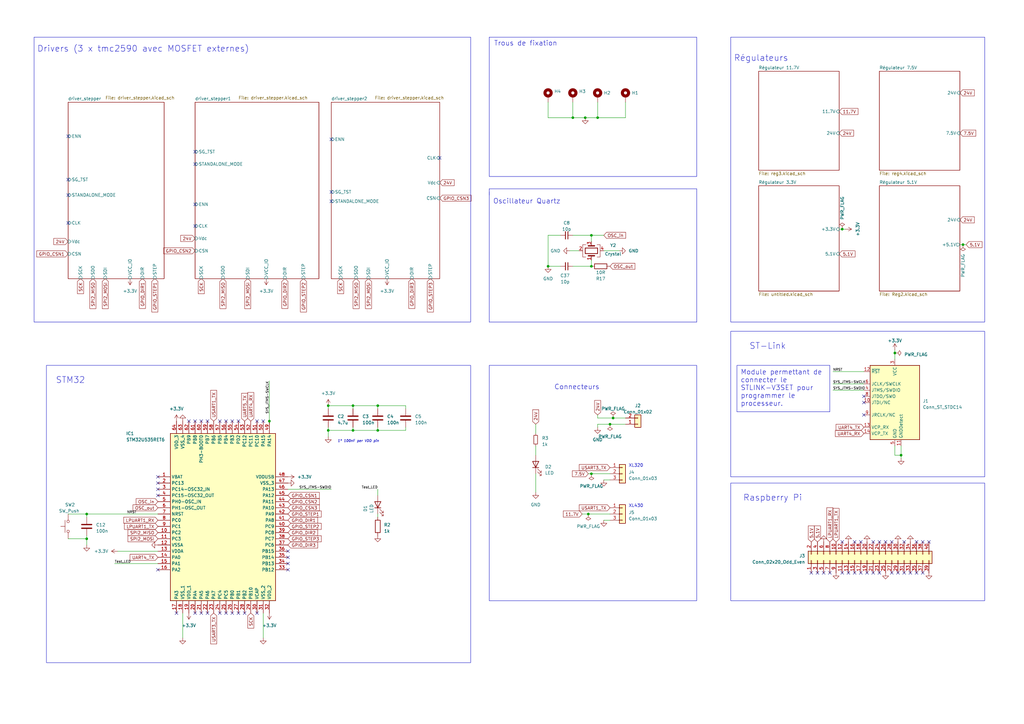
<source format=kicad_sch>
(kicad_sch (version 20230121) (generator eeschema)
  (paper "A3")
  (title_block (title "Projet EVE") (company "ENSEA"))
  (lib_symbols
    (symbol "Connector:Conn_ST_STDC14"
      (property "Reference" "J" (at -8.89 16.51 0))
      (property "Value" "Conn_ST_STDC14" (at 17.78 16.51 0))
      (symbol "Conn_ST_STDC14_0_1"
        (rectangle (start -10.16 15.24) (end 10.16 -15.24) (stroke (width 0.254)) (fill (type background)))
      )
      (symbol "Conn_ST_STDC14_1_1"
        (pin no_connect line (at -10.16 5.08 0) (length 2.54) hide (name "NC") (number "1"))
        (pin output line (at 12.7 0 180) (length 2.54) (name "JTDI/NC") (number "10"))
        (pin passive line (at -2.54 -17.78 90) (length 2.54) (name "GNDDetect") (number "11"))
        (pin open_collector line (at 12.7 12.7 180) (length 2.54) (name "~{RST}") (number "12"))
        (pin output line (at 12.7 -10.16 180) (length 2.54) (name "VCP_RX") (number "13"))
        (pin input line (at 12.7 -12.7 180) (length 2.54) (name "VCP_TX") (number "14"))
        (pin no_connect line (at -10.16 2.54 0) (length 2.54) hide (name "NC") (number "2"))
        (pin power_in line (at 0 17.78 270) (length 2.54) (name "VCC") (number "3"))
        (pin bidirectional line (at 12.7 5.08 180) (length 2.54) (name "JTMS/SWDIO") (number "4"))
        (pin power_in line (at 0 -17.78 90) (length 2.54) (name "GND") (number "5"))
        (pin output line (at 12.7 7.62 180) (length 2.54) (name "JCLK/SWCLK") (number "6"))
        (pin passive line (at 0 -17.78 90) (length 2.54) hide (name "GND") (number "7"))
        (pin input line (at 12.7 2.54 180) (length 2.54) (name "JTDO/SWO") (number "8"))
        (pin input line (at 12.7 -5.08 180) (length 2.54) (name "JRCLK/NC") (number "9"))
      )
    )
    (symbol "Connector_Generic:Conn_01x02" (pin_names (offset 1.016) hide)
      (property "Reference" "J" (at 0 2.54 0))
      (property "Value" "Conn_01x02" (at 0 -5.08 0))
      (symbol "Conn_01x02_1_1"
        (rectangle (start -1.27 -2.413) (end 0 -2.667) (stroke (width 0.1524)))
        (rectangle (start -1.27 0.127) (end 0 -0.127) (stroke (width 0.1524)))
        (rectangle (start -1.27 1.27) (end 1.27 -3.81) (stroke (width 0.254)) (fill (type background)))
        (pin passive line (at -5.08 0 0) (length 3.81) (name "Pin_1") (number "1"))
        (pin passive line (at -5.08 -2.54 0) (length 3.81) (name "Pin_2") (number "2"))
      )
    )
    (symbol "Connector_Generic:Conn_01x03" (pin_names (offset 1.016) hide)
      (property "Reference" "J" (at 0 5.08 0))
      (property "Value" "Conn_01x03" (at 0 -5.08 0))
      (symbol "Conn_01x03_1_1"
        (rectangle (start -1.27 -2.413) (end 0 -2.667) (stroke (width 0.1524)))
        (rectangle (start -1.27 0.127) (end 0 -0.127) (stroke (width 0.1524)))
        (rectangle (start -1.27 2.667) (end 0 2.413) (stroke (width 0.1524)))
        (rectangle (start -1.27 3.81) (end 1.27 -3.81) (stroke (width 0.254)) (fill (type background)))
        (pin passive line (at -5.08 2.54 0) (length 3.81) (name "Pin_1") (number "1"))
        (pin passive line (at -5.08 0 0) (length 3.81) (name "Pin_2") (number "2"))
        (pin passive line (at -5.08 -2.54 0) (length 3.81) (name "Pin_3") (number "3"))
      )
    )
    (symbol "Connector_Generic:Conn_02x20_Odd_Even" (pin_names (offset 1.016) hide)
      (property "Reference" "J" (at 1.27 25.4 0))
      (property "Value" "Conn_02x20_Odd_Even" (at 1.27 -27.94 0))
      (symbol "Conn_02x20_Odd_Even_1_1"
        (rectangle (start -1.27 -25.273) (end 0 -25.527) (stroke (width 0.1524)))
        (rectangle (start -1.27 -22.733) (end 0 -22.987) (stroke (width 0.1524)))
        (rectangle (start -1.27 -20.193) (end 0 -20.447) (stroke (width 0.1524)))
        (rectangle (start -1.27 -17.653) (end 0 -17.907) (stroke (width 0.1524)))
        (rectangle (start -1.27 -15.113) (end 0 -15.367) (stroke (width 0.1524)))
        (rectangle (start -1.27 -12.573) (end 0 -12.827) (stroke (width 0.1524)))
        (rectangle (start -1.27 -10.033) (end 0 -10.287) (stroke (width 0.1524)))
        (rectangle (start -1.27 -7.493) (end 0 -7.747) (stroke (width 0.1524)))
        (rectangle (start -1.27 -4.953) (end 0 -5.207) (stroke (width 0.1524)))
        (rectangle (start -1.27 -2.413) (end 0 -2.667) (stroke (width 0.1524)))
        (rectangle (start -1.27 0.127) (end 0 -0.127) (stroke (width 0.1524)))
        (rectangle (start -1.27 2.667) (end 0 2.413) (stroke (width 0.1524)))
        (rectangle (start -1.27 5.207) (end 0 4.953) (stroke (width 0.1524)))
        (rectangle (start -1.27 7.747) (end 0 7.493) (stroke (width 0.1524)))
        (rectangle (start -1.27 10.287) (end 0 10.033) (stroke (width 0.1524)))
        (rectangle (start -1.27 12.827) (end 0 12.573) (stroke (width 0.1524)))
        (rectangle (start -1.27 15.367) (end 0 15.113) (stroke (width 0.1524)))
        (rectangle (start -1.27 17.907) (end 0 17.653) (stroke (width 0.1524)))
        (rectangle (start -1.27 20.447) (end 0 20.193) (stroke (width 0.1524)))
        (rectangle (start -1.27 22.987) (end 0 22.733) (stroke (width 0.1524)))
        (rectangle (start -1.27 24.13) (end 3.81 -26.67) (stroke (width 0.254)) (fill (type background)))
        (rectangle (start 3.81 -25.273) (end 2.54 -25.527) (stroke (width 0.1524)))
        (rectangle (start 3.81 -22.733) (end 2.54 -22.987) (stroke (width 0.1524)))
        (rectangle (start 3.81 -20.193) (end 2.54 -20.447) (stroke (width 0.1524)))
        (rectangle (start 3.81 -17.653) (end 2.54 -17.907) (stroke (width 0.1524)))
        (rectangle (start 3.81 -15.113) (end 2.54 -15.367) (stroke (width 0.1524)))
        (rectangle (start 3.81 -12.573) (end 2.54 -12.827) (stroke (width 0.1524)))
        (rectangle (start 3.81 -10.033) (end 2.54 -10.287) (stroke (width 0.1524)))
        (rectangle (start 3.81 -7.493) (end 2.54 -7.747) (stroke (width 0.1524)))
        (rectangle (start 3.81 -4.953) (end 2.54 -5.207) (stroke (width 0.1524)))
        (rectangle (start 3.81 -2.413) (end 2.54 -2.667) (stroke (width 0.1524)))
        (rectangle (start 3.81 0.127) (end 2.54 -0.127) (stroke (width 0.1524)))
        (rectangle (start 3.81 2.667) (end 2.54 2.413) (stroke (width 0.1524)))
        (rectangle (start 3.81 5.207) (end 2.54 4.953) (stroke (width 0.1524)))
        (rectangle (start 3.81 7.747) (end 2.54 7.493) (stroke (width 0.1524)))
        (rectangle (start 3.81 10.287) (end 2.54 10.033) (stroke (width 0.1524)))
        (rectangle (start 3.81 12.827) (end 2.54 12.573) (stroke (width 0.1524)))
        (rectangle (start 3.81 15.367) (end 2.54 15.113) (stroke (width 0.1524)))
        (rectangle (start 3.81 17.907) (end 2.54 17.653) (stroke (width 0.1524)))
        (rectangle (start 3.81 20.447) (end 2.54 20.193) (stroke (width 0.1524)))
        (rectangle (start 3.81 22.987) (end 2.54 22.733) (stroke (width 0.1524)))
        (pin passive line (at -5.08 22.86 0) (length 3.81) (name "Pin_1") (number "1"))
        (pin passive line (at 7.62 12.7 180) (length 3.81) (name "Pin_10") (number "10"))
        (pin passive line (at -5.08 10.16 0) (length 3.81) (name "Pin_11") (number "11"))
        (pin passive line (at 7.62 10.16 180) (length 3.81) (name "Pin_12") (number "12"))
        (pin passive line (at -5.08 7.62 0) (length 3.81) (name "Pin_13") (number "13"))
        (pin passive line (at 7.62 7.62 180) (length 3.81) (name "Pin_14") (number "14"))
        (pin passive line (at -5.08 5.08 0) (length 3.81) (name "Pin_15") (number "15"))
        (pin passive line (at 7.62 5.08 180) (length 3.81) (name "Pin_16") (number "16"))
        (pin passive line (at -5.08 2.54 0) (length 3.81) (name "Pin_17") (number "17"))
        (pin passive line (at 7.62 2.54 180) (length 3.81) (name "Pin_18") (number "18"))
        (pin passive line (at -5.08 0 0) (length 3.81) (name "Pin_19") (number "19"))
        (pin passive line (at 7.62 22.86 180) (length 3.81) (name "Pin_2") (number "2"))
        (pin passive line (at 7.62 0 180) (length 3.81) (name "Pin_20") (number "20"))
        (pin passive line (at -5.08 -2.54 0) (length 3.81) (name "Pin_21") (number "21"))
        (pin passive line (at 7.62 -2.54 180) (length 3.81) (name "Pin_22") (number "22"))
        (pin passive line (at -5.08 -5.08 0) (length 3.81) (name "Pin_23") (number "23"))
        (pin passive line (at 7.62 -5.08 180) (length 3.81) (name "Pin_24") (number "24"))
        (pin passive line (at -5.08 -7.62 0) (length 3.81) (name "Pin_25") (number "25"))
        (pin passive line (at 7.62 -7.62 180) (length 3.81) (name "Pin_26") (number "26"))
        (pin passive line (at -5.08 -10.16 0) (length 3.81) (name "Pin_27") (number "27"))
        (pin passive line (at 7.62 -10.16 180) (length 3.81) (name "Pin_28") (number "28"))
        (pin passive line (at -5.08 -12.7 0) (length 3.81) (name "Pin_29") (number "29"))
        (pin passive line (at -5.08 20.32 0) (length 3.81) (name "Pin_3") (number "3"))
        (pin passive line (at 7.62 -12.7 180) (length 3.81) (name "Pin_30") (number "30"))
        (pin passive line (at -5.08 -15.24 0) (length 3.81) (name "Pin_31") (number "31"))
        (pin passive line (at 7.62 -15.24 180) (length 3.81) (name "Pin_32") (number "32"))
        (pin passive line (at -5.08 -17.78 0) (length 3.81) (name "Pin_33") (number "33"))
        (pin passive line (at 7.62 -17.78 180) (length 3.81) (name "Pin_34") (number "34"))
        (pin passive line (at -5.08 -20.32 0) (length 3.81) (name "Pin_35") (number "35"))
        (pin passive line (at 7.62 -20.32 180) (length 3.81) (name "Pin_36") (number "36"))
        (pin passive line (at -5.08 -22.86 0) (length 3.81) (name "Pin_37") (number "37"))
        (pin passive line (at 7.62 -22.86 180) (length 3.81) (name "Pin_38") (number "38"))
        (pin passive line (at -5.08 -25.4 0) (length 3.81) (name "Pin_39") (number "39"))
        (pin passive line (at 7.62 20.32 180) (length 3.81) (name "Pin_4") (number "4"))
        (pin passive line (at 7.62 -25.4 180) (length 3.81) (name "Pin_40") (number "40"))
        (pin passive line (at -5.08 17.78 0) (length 3.81) (name "Pin_5") (number "5"))
        (pin passive line (at 7.62 17.78 180) (length 3.81) (name "Pin_6") (number "6"))
        (pin passive line (at -5.08 15.24 0) (length 3.81) (name "Pin_7") (number "7"))
        (pin passive line (at 7.62 15.24 180) (length 3.81) (name "Pin_8") (number "8"))
        (pin passive line (at -5.08 12.7 0) (length 3.81) (name "Pin_9") (number "9"))
      )
    )
    (symbol "Device:C" (pin_numbers hide) (pin_names (offset 0.254))
      (property "Reference" "C" (at 0.635 2.54 0))
      (property "Value" "C" (at 0.635 -2.54 0))
      (symbol "C_0_1"
        (polyline (pts (xy -2.032 -0.762) (xy 2.032 -0.762)) (stroke (width 0.508)))
        (polyline (pts (xy -2.032 0.762) (xy 2.032 0.762)) (stroke (width 0.508)))
      )
      (symbol "C_1_1"
        (pin passive line (at 0 3.81 270) (length 2.794) (name "~") (number "1"))
        (pin passive line (at 0 -3.81 90) (length 2.794) (name "~") (number "2"))
      )
    )
    (symbol "Device:C_Small" (pin_numbers hide) (pin_names (offset 0.254) hide)
      (property "Reference" "C" (at 0.254 1.778 0))
      (property "Value" "C_Small" (at 0.254 -2.032 0))
      (symbol "C_Small_0_1"
        (polyline (pts (xy -1.524 -0.508) (xy 1.524 -0.508)) (stroke (width 0.3302)))
        (polyline (pts (xy -1.524 0.508) (xy 1.524 0.508)) (stroke (width 0.3048)))
      )
      (symbol "C_Small_1_1"
        (pin passive line (at 0 2.54 270) (length 2.032) (name "~") (number "1"))
        (pin passive line (at 0 -2.54 90) (length 2.032) (name "~") (number "2"))
      )
    )
    (symbol "Device:Crystal_GND24" (pin_names (offset 1.016) hide)
      (property "Reference" "Y" (at 3.175 5.08 0))
      (property "Value" "Crystal_GND24" (at 3.175 3.175 0))
      (symbol "Crystal_GND24_0_1"
        (rectangle (start -1.143 2.54) (end 1.143 -2.54) (stroke (width 0.3048)))
        (polyline (pts (xy -2.54 0) (xy -2.032 0)))
        (polyline (pts (xy -2.032 -1.27) (xy -2.032 1.27)) (stroke (width 0.508)))
        (polyline (pts (xy 0 -3.81) (xy 0 -3.556)))
        (polyline (pts (xy 0 3.556) (xy 0 3.81)))
        (polyline (pts (xy 2.032 -1.27) (xy 2.032 1.27)) (stroke (width 0.508)))
        (polyline (pts (xy 2.032 0) (xy 2.54 0)))
        (polyline (pts (xy -2.54 -2.286) (xy -2.54 -3.556) (xy 2.54 -3.556) (xy 2.54 -2.286)))
        (polyline (pts (xy -2.54 2.286) (xy -2.54 3.556) (xy 2.54 3.556) (xy 2.54 2.286)))
      )
      (symbol "Crystal_GND24_1_1"
        (pin passive line (at -3.81 0 0) (length 1.27) (name "1") (number "1"))
        (pin passive line (at 0 5.08 270) (length 1.27) (name "2") (number "2"))
        (pin passive line (at 3.81 0 180) (length 1.27) (name "3") (number "3"))
        (pin passive line (at 0 -5.08 90) (length 1.27) (name "4") (number "4"))
      )
    )
    (symbol "Device:LED" (pin_numbers hide) (pin_names (offset 1.016) hide)
      (property "Reference" "D" (at 0 2.54 0))
      (property "Value" "LED" (at 0 -2.54 0))
      (symbol "LED_0_1"
        (polyline (pts (xy -1.27 -1.27) (xy -1.27 1.27)) (stroke (width 0.254)))
        (polyline (pts (xy -1.27 0) (xy 1.27 0)))
        (polyline (pts (xy 1.27 -1.27) (xy 1.27 1.27) (xy -1.27 0) (xy 1.27 -1.27)) (stroke (width 0.254)))
        (polyline (pts (xy -3.048 -0.762) (xy -4.572 -2.286) (xy -3.81 -2.286) (xy -4.572 -2.286) (xy -4.572 -1.524)))
        (polyline (pts (xy -1.778 -0.762) (xy -3.302 -2.286) (xy -2.54 -2.286) (xy -3.302 -2.286) (xy -3.302 -1.524)))
      )
      (symbol "LED_1_1"
        (pin passive line (at -3.81 0 0) (length 2.54) (name "K") (number "1"))
        (pin passive line (at 3.81 0 180) (length 2.54) (name "A") (number "2"))
      )
    )
    (symbol "Device:R" (pin_numbers hide) (pin_names (offset 0))
      (property "Reference" "R" (at 2.032 0 90))
      (property "Value" "R" (at 0 0 90))
      (symbol "R_0_1"
        (rectangle (start -1.016 -2.54) (end 1.016 2.54) (stroke (width 0.254)))
      )
      (symbol "R_1_1"
        (pin passive line (at 0 3.81 270) (length 1.27) (name "~") (number "1"))
        (pin passive line (at 0 -3.81 90) (length 1.27) (name "~") (number "2"))
      )
    )
    (symbol "Device:R_Small" (pin_numbers hide) (pin_names (offset 0.254) hide)
      (property "Reference" "R" (at 0.762 0.508 0))
      (property "Value" "R_Small" (at 0.762 -1.016 0))
      (symbol "R_Small_0_1"
        (rectangle (start -0.762 1.778) (end 0.762 -1.778) (stroke (width 0.2032)))
      )
      (symbol "R_Small_1_1"
        (pin passive line (at 0 2.54 270) (length 0.762) (name "~") (number "1"))
        (pin passive line (at 0 -2.54 90) (length 0.762) (name "~") (number "2"))
      )
    )
    (symbol "Mechanical:MountingHole_Pad" (pin_numbers hide) (pin_names (offset 1.016) hide)
      (property "Reference" "H" (at 0 6.35 0))
      (property "Value" "MountingHole_Pad" (at 0 4.445 0))
      (symbol "MountingHole_Pad_0_1"
        (circle (center 0 1.27) (radius 1.27) (stroke (width 1.27)))
      )
      (symbol "MountingHole_Pad_1_1"
        (pin input line (at 0 -2.54 90) (length 2.54) (name "1") (number "1"))
      )
    )
    (symbol "STM32U535RET6:STM32U535RET6"
      (property "Reference" "IC1" (at -11.43 17.78 0))
      (property "Value" "STM32U535RET6" (at -5.08 15.24 0))
      (symbol "STM32U535RET6_1_1"
        (rectangle (start 5.08 17.78) (end 48.26 -50.8) (stroke (width 0.254)) (fill (type background)))
        (pin passive line (at 0 0 0) (length 5.08) (name "VBAT") (number "1"))
        (pin input line (at 0 -22.86 0) (length 5.08) (name "PC2") (number "10"))
        (pin output line (at 0 -25.4 0) (length 5.08) (name "PC3") (number "11"))
        (pin passive line (at 0 -27.94 0) (length 5.08) (name "VSSA") (number "12"))
        (pin passive line (at 0 -30.48 0) (length 5.08) (name "VDDA") (number "13"))
        (pin passive line (at 0 -33.02 0) (length 5.08) (name "PA0") (number "14"))
        (pin passive line (at 0 -35.56 0) (length 5.08) (name "PA1") (number "15"))
        (pin passive line (at 0 -38.1 0) (length 5.08) (name "PA2") (number "16"))
        (pin passive line (at 7.62 -55.88 90) (length 5.08) (name "PA3") (number "17"))
        (pin passive line (at 10.16 -55.88 90) (length 5.08) (name "VSS_1") (number "18"))
        (pin passive line (at 12.7 -55.88 90) (length 5.08) (name "VDD_1") (number "19"))
        (pin passive line (at 0 -2.54 0) (length 5.08) (name "PC13") (number "2"))
        (pin passive line (at 15.24 -55.88 90) (length 5.08) (name "PA4") (number "20"))
        (pin passive line (at 17.78 -55.88 90) (length 5.08) (name "PA5") (number "21"))
        (pin passive line (at 20.32 -55.88 90) (length 5.08) (name "PA6") (number "22"))
        (pin passive line (at 22.86 -55.88 90) (length 5.08) (name "PA7") (number "23"))
        (pin passive line (at 25.4 -55.88 90) (length 5.08) (name "PC4") (number "24"))
        (pin passive line (at 27.94 -55.88 90) (length 5.08) (name "PC5") (number "25"))
        (pin passive line (at 30.48 -55.88 90) (length 5.08) (name "PB0") (number "26"))
        (pin passive line (at 33.02 -55.88 90) (length 5.08) (name "PB1") (number "27"))
        (pin passive line (at 35.56 -55.88 90) (length 5.08) (name "PB2") (number "28"))
        (pin passive line (at 38.1 -55.88 90) (length 5.08) (name "PB10") (number "29"))
        (pin passive line (at 0 -5.08 0) (length 5.08) (name "PC14-OSC32_IN") (number "3"))
        (pin passive line (at 40.64 -55.88 90) (length 5.08) (name "VCAP") (number "30"))
        (pin passive line (at 43.18 -55.88 90) (length 5.08) (name "VSS_2") (number "31"))
        (pin passive line (at 45.72 -55.88 90) (length 5.08) (name "VDD_2") (number "32"))
        (pin passive line (at 53.34 -38.1 180) (length 5.08) (name "PB12") (number "33"))
        (pin passive line (at 53.34 -35.56 180) (length 5.08) (name "PB13") (number "34"))
        (pin passive line (at 53.34 -33.02 180) (length 5.08) (name "PB14") (number "35"))
        (pin passive line (at 53.34 -30.48 180) (length 5.08) (name "PB15") (number "36"))
        (pin passive line (at 53.34 -27.94 180) (length 5.08) (name "PC6") (number "37"))
        (pin passive line (at 53.34 -25.4 180) (length 5.08) (name "PC7") (number "38"))
        (pin passive line (at 53.34 -22.86 180) (length 5.08) (name "PC8") (number "39"))
        (pin passive line (at 0 -7.62 0) (length 5.08) (name "PC15-OSC32_OUT") (number "4"))
        (pin passive line (at 53.34 -20.32 180) (length 5.08) (name "PC9") (number "40"))
        (pin passive line (at 53.34 -17.78 180) (length 5.08) (name "PA8") (number "41"))
        (pin passive line (at 53.34 -15.24 180) (length 5.08) (name "PA9") (number "42"))
        (pin passive line (at 53.34 -12.7 180) (length 5.08) (name "PA10") (number "43"))
        (pin passive line (at 53.34 -10.16 180) (length 5.08) (name "PA11") (number "44"))
        (pin passive line (at 53.34 -7.62 180) (length 5.08) (name "PA12") (number "45"))
        (pin passive line (at 53.34 -5.08 180) (length 5.08) (name "PA13") (number "46"))
        (pin passive line (at 53.34 -2.54 180) (length 5.08) (name "VSS_3") (number "47"))
        (pin passive line (at 53.34 0 180) (length 5.08) (name "VDDUSB") (number "48"))
        (pin passive line (at 45.72 22.86 270) (length 5.08) (name "PA14") (number "49"))
        (pin passive line (at 0 -10.16 0) (length 5.08) (name "PH0-OSC_IN") (number "5"))
        (pin passive line (at 43.18 22.86 270) (length 5.08) (name "PA15") (number "50"))
        (pin passive line (at 40.64 22.86 270) (length 5.08) (name "PC10") (number "51"))
        (pin passive line (at 38.1 22.86 270) (length 5.08) (name "PC11") (number "52"))
        (pin passive line (at 35.56 22.86 270) (length 5.08) (name "PC12") (number "53"))
        (pin passive line (at 33.02 22.86 270) (length 5.08) (name "PD2") (number "54"))
        (pin passive line (at 30.48 22.86 270) (length 5.08) (name "PB3") (number "55"))
        (pin passive line (at 27.94 22.86 270) (length 5.08) (name "PB4") (number "56"))
        (pin passive line (at 25.4 22.86 270) (length 5.08) (name "PB5") (number "57"))
        (pin passive line (at 22.86 22.86 270) (length 5.08) (name "PB6") (number "58"))
        (pin passive line (at 20.32 22.86 270) (length 5.08) (name "PB7") (number "59"))
        (pin passive line (at 0 -12.7 0) (length 5.08) (name "PH1-OSC_OUT") (number "6"))
        (pin passive line (at 17.78 22.86 270) (length 5.08) (name "PH3-BOOT0") (number "60"))
        (pin passive line (at 15.24 22.86 270) (length 5.08) (name "PB8") (number "61"))
        (pin passive line (at 12.7 22.86 270) (length 5.08) (name "PB9") (number "62"))
        (pin passive line (at 10.16 22.86 270) (length 5.08) (name "VSS_4") (number "63"))
        (pin passive line (at 7.62 22.86 270) (length 5.08) (name "VDD_3") (number "64"))
        (pin passive line (at 0 -15.24 0) (length 5.08) (name "NRST") (number "7"))
        (pin passive line (at 0 -17.78 0) (length 5.08) (name "PC0") (number "8"))
        (pin passive line (at 0 -20.32 0) (length 5.08) (name "PC1") (number "9"))
      )
    )
    (symbol "Switch:SW_Push" (pin_numbers hide) (pin_names (offset 1.016) hide)
      (property "Reference" "SW" (at 1.27 2.54 0))
      (property "Value" "SW_Push" (at 0 -1.524 0))
      (symbol "SW_Push_0_1"
        (circle (center -2.032 0) (radius 0.508))
        (polyline (pts (xy 0 1.27) (xy 0 3.048)))
        (polyline (pts (xy 2.54 1.27) (xy -2.54 1.27)))
        (circle (center 2.032 0) (radius 0.508))
        (pin passive line (at -5.08 0 0) (length 2.54) (name "1") (number "1"))
        (pin passive line (at 5.08 0 180) (length 2.54) (name "2") (number "2"))
      )
    )
    (symbol "power:+3.3V" (power) (pin_names (offset 0))
      (property "Value" "+3.3V" (at 0 3.556 0))
      (symbol "+3.3V_0_1"
        (polyline (pts (xy -0.762 1.27) (xy 0 2.54)))
        (polyline (pts (xy 0 0) (xy 0 2.54)))
        (polyline (pts (xy 0 2.54) (xy 0.762 1.27)))
      )
      (symbol "+3.3V_1_1"
        (pin power_in line (at 0 0 90) (length 0) hide (name "+3.3V") (number "1"))
      )
    )
    (symbol "power:GND" (power) (pin_names (offset 0))
      (property "Value" "GND" (at 0 -3.81 0))
      (symbol "GND_0_1"
        (polyline (pts (xy 0 0) (xy 0 -1.27) (xy 1.27 -1.27) (xy 0 -2.54) (xy -1.27 -1.27) (xy 0 -1.27)))
      )
      (symbol "GND_1_1"
        (pin power_in line (at 0 0 270) (length 0) hide (name "GND") (number "1"))
      )
    )
    (symbol "power:PWR_FLAG" (power) (pin_numbers hide) (pin_names (offset 0) hide)
      (property "Value" "PWR_FLAG" (at 0 3.81 0))
      (symbol "PWR_FLAG_0_0"
        (pin power_out line (at 0 0 90) (length 0) (name "pwr") (number "1"))
      )
      (symbol "PWR_FLAG_0_1"
        (polyline (pts (xy 0 0) (xy 0 1.27) (xy -1.016 1.905) (xy 0 2.54) (xy 1.016 1.905) (xy 0 1.27)))
      )
    )
  )
  (junction (at 224.79 109.22))
  (junction (at 242.57 109.22))
  (junction (at 369.57 186.69))
  (junction (at 242.57 96.52))
  (junction (at 110.49 172.72))
  (junction (at 154.94 166.37))
  (junction (at 144.78 166.37))
  (junction (at 250.19 173.99))
  (junction (at 241.3 210.82))
  (junction (at 394.97 100.33))
  (junction (at 234.95 48.26))
  (junction (at 245.11 48.26))
  (junction (at 134.62 166.37))
  (junction (at 367.03 144.78))
  (junction (at 134.62 176.53))
  (junction (at 251.46 171.45))
  (junction (at 345.44 93.98))
  (junction (at 35.56 220.98))
  (junction (at 242.57 194.31))
  (junction (at 154.94 176.53))
  (junction (at 240.03 48.26))
  (junction (at 35.56 210.82))
  (junction (at 144.78 176.53))
  (no_connect (at 354.33 162.56))
  (no_connect (at 365.76 234.95))
  (no_connect (at 358.14 234.95))
  (no_connect (at 82.55 172.72))
  (no_connect (at 347.98 234.95))
  (no_connect (at 95.25 172.72))
  (no_connect (at 135.89 82.55))
  (no_connect (at 365.76 222.25))
  (no_connect (at 90.17 251.46))
  (no_connect (at 370.84 234.95))
  (no_connect (at 77.47 172.72))
  (no_connect (at 80.01 83.82))
  (no_connect (at 360.68 222.25))
  (no_connect (at 80.01 251.46))
  (no_connect (at 340.36 234.95))
  (no_connect (at 82.55 251.46))
  (no_connect (at 378.46 234.95))
  (no_connect (at 345.44 222.25))
  (no_connect (at 95.25 251.46))
  (no_connect (at 355.6 234.95))
  (no_connect (at 64.77 198.12))
  (no_connect (at 85.09 251.46))
  (no_connect (at 92.71 172.72))
  (no_connect (at 105.41 251.46))
  (no_connect (at 80.01 62.23))
  (no_connect (at 118.11 231.14))
  (no_connect (at 85.09 172.72))
  (no_connect (at 378.46 222.25))
  (no_connect (at 363.22 222.25))
  (no_connect (at 381 222.25))
  (no_connect (at 368.3 234.95))
  (no_connect (at 332.74 234.95))
  (no_connect (at 64.77 203.2))
  (no_connect (at 97.79 251.46))
  (no_connect (at 350.52 222.25))
  (no_connect (at 118.11 228.6))
  (no_connect (at 135.89 57.15))
  (no_connect (at 27.94 91.44))
  (no_connect (at 335.28 234.95))
  (no_connect (at 80.01 92.71))
  (no_connect (at 97.79 172.72))
  (no_connect (at 90.17 172.72))
  (no_connect (at 100.33 251.46))
  (no_connect (at 358.14 222.25))
  (no_connect (at 80.01 172.72))
  (no_connect (at 118.11 226.06))
  (no_connect (at 353.06 234.95))
  (no_connect (at 27.94 73.66))
  (no_connect (at 92.71 251.46))
  (no_connect (at 64.77 195.58))
  (no_connect (at 354.33 170.18))
  (no_connect (at 105.41 172.72))
  (no_connect (at 80.01 67.31))
  (no_connect (at 373.38 234.95))
  (no_connect (at 350.52 234.95))
  (no_connect (at 360.68 234.95))
  (no_connect (at 375.92 222.25))
  (no_connect (at 345.44 234.95))
  (no_connect (at 27.94 55.88))
  (no_connect (at 64.77 233.68))
  (no_connect (at 135.89 78.74))
  (no_connect (at 118.11 233.68))
  (no_connect (at 353.06 222.25))
  (no_connect (at 375.92 234.95))
  (no_connect (at 72.39 251.46))
  (no_connect (at 64.77 200.66))
  (no_connect (at 337.82 234.95))
  (no_connect (at 180.34 64.77))
  (no_connect (at 370.84 222.25))
  (no_connect (at 354.33 165.1))
  (no_connect (at 27.94 80.01))
  (no_connect (at 107.95 172.72))
  (wire (pts (xy 341.63 160.02) (xy 354.33 160.02)))
  (wire (pts (xy 144.78 166.37) (xy 154.94 166.37)))
  (wire (pts (xy 154.94 166.37) (xy 154.94 167.64)))
  (wire (pts (xy 134.62 176.53) (xy 134.62 179.07)))
  (wire (pts (xy 247.65 213.36) (xy 250.19 213.36)))
  (wire (pts (xy 245.11 48.26) (xy 240.03 48.26)))
  (wire (pts (xy 245.11 173.99) (xy 250.19 173.99)))
  (wire (pts (xy 134.62 176.53) (xy 144.78 176.53)))
  (wire (pts (xy 242.57 194.31) (xy 250.19 194.31)))
  (wire (pts (xy 110.49 156.21) (xy 110.49 172.72)))
  (wire (pts (xy 344.17 93.98) (xy 345.44 93.98)))
  (wire (pts (xy 242.57 109.22) (xy 234.95 109.22)))
  (wire (pts (xy 48.26 226.06) (xy 64.77 226.06)))
  (wire (pts (xy 166.37 175.26) (xy 166.37 176.53)))
  (wire (pts (xy 134.62 166.37) (xy 144.78 166.37)))
  (wire (pts (xy 250.19 173.99) (xy 256.54 173.99)))
  (wire (pts (xy 144.78 176.53) (xy 144.78 175.26)))
  (wire (pts (xy 74.93 261.62) (xy 74.93 251.46)))
  (wire (pts (xy 166.37 167.64) (xy 166.37 166.37)))
  (wire (pts (xy 393.7 100.33) (xy 394.97 100.33)))
  (wire (pts (xy 110.49 172.72) (xy 110.49 173.99)))
  (polyline (pts (xy 200.66 78.74) (xy 200.66 132.08)))
  (wire (pts (xy 229.87 96.52) (xy 224.79 96.52)))
  (wire (pts (xy 134.62 176.53) (xy 134.62 175.26)))
  (wire (pts (xy 107.95 261.62) (xy 107.95 251.46)))
  (wire (pts (xy 241.3 210.82) (xy 250.19 210.82)))
  (wire (pts (xy 219.71 173.99) (xy 219.71 177.8)))
  (wire (pts (xy 247.65 102.87) (xy 254 102.87)))
  (wire (pts (xy 367.03 186.69) (xy 369.57 186.69)))
  (wire (pts (xy 341.63 152.4) (xy 354.33 152.4)))
  (wire (pts (xy 64.77 231.14) (xy 46.99 231.14)))
  (wire (pts (xy 234.95 48.26) (xy 240.03 48.26)))
  (wire (pts (xy 256.54 48.26) (xy 245.11 48.26)))
  (wire (pts (xy 224.79 48.26) (xy 234.95 48.26)))
  (wire (pts (xy 238.76 210.82) (xy 241.3 210.82)))
  (wire (pts (xy 369.57 182.88) (xy 369.57 186.69)))
  (wire (pts (xy 346.71 93.98) (xy 345.44 93.98)))
  (wire (pts (xy 134.62 166.37) (xy 134.62 167.64)))
  (polyline (pts (xy 200.66 132.08) (xy 285.75 132.08)))
  (wire (pts (xy 234.95 96.52) (xy 242.57 96.52)))
  (wire (pts (xy 35.56 223.52) (xy 35.56 220.98)))
  (wire (pts (xy 154.94 176.53) (xy 166.37 176.53)))
  (wire (pts (xy 219.71 201.93) (xy 219.71 194.31)))
  (wire (pts (xy 245.11 171.45) (xy 245.11 170.18)))
  (wire (pts (xy 367.03 144.78) (xy 367.03 147.32)))
  (wire (pts (xy 144.78 166.37) (xy 144.78 167.64)))
  (wire (pts (xy 241.3 194.31) (xy 242.57 194.31)))
  (polyline (pts (xy 200.66 77.47) (xy 285.75 77.47)))
  (wire (pts (xy 154.94 176.53) (xy 154.94 175.26)))
  (polyline (pts (xy 200.66 77.47) (xy 200.66 80.01)))
  (wire (pts (xy 242.57 96.52) (xy 242.57 99.06)))
  (wire (pts (xy 154.94 203.2) (xy 154.94 200.66)))
  (wire (pts (xy 135.89 200.66) (xy 118.11 200.66)))
  (wire (pts (xy 27.94 220.98) (xy 35.56 220.98)))
  (wire (pts (xy 234.95 41.91) (xy 234.95 48.26)))
  (wire (pts (xy 242.57 106.68) (xy 242.57 109.22)))
  (wire (pts (xy 251.46 171.45) (xy 245.11 171.45)))
  (wire (pts (xy 369.57 187.96) (xy 369.57 186.69)))
  (wire (pts (xy 35.56 220.98) (xy 35.56 219.71)))
  (wire (pts (xy 154.94 210.82) (xy 154.94 212.09)))
  (wire (pts (xy 242.57 96.52) (xy 247.65 96.52)))
  (wire (pts (xy 245.11 173.99) (xy 245.11 175.26)))
  (wire (pts (xy 35.56 210.82) (xy 35.56 212.09)))
  (wire (pts (xy 224.79 41.91) (xy 224.79 48.26)))
  (wire (pts (xy 219.71 182.88) (xy 219.71 186.69)))
  (wire (pts (xy 144.78 176.53) (xy 154.94 176.53)))
  (wire (pts (xy 233.68 102.87) (xy 237.49 102.87)))
  (wire (pts (xy 224.79 109.22) (xy 229.87 109.22)))
  (wire (pts (xy 245.11 41.91) (xy 245.11 48.26)))
  (polyline (pts (xy 285.75 132.08) (xy 285.75 77.47)))
  (wire (pts (xy 35.56 210.82) (xy 64.77 210.82)))
  (wire (pts (xy 247.65 196.85) (xy 250.19 196.85)))
  (wire (pts (xy 367.03 143.51) (xy 367.03 144.78)))
  (wire (pts (xy 367.03 182.88) (xy 367.03 186.69)))
  (wire (pts (xy 256.54 41.91) (xy 256.54 48.26)))
  (wire (pts (xy 166.37 166.37) (xy 154.94 166.37)))
  (wire (pts (xy 256.54 171.45) (xy 251.46 171.45)))
  (wire (pts (xy 341.63 157.48) (xy 354.33 157.48)))
  (wire (pts (xy 224.79 96.52) (xy 224.79 109.22)))
  (wire (pts (xy 27.94 210.82) (xy 35.56 210.82)))
  (wire (pts (xy 394.97 100.33) (xy 396.24 100.33)))
  (rectangle (start 299.72 15.24) (end 403.86 132.08))
  (rectangle (start 200.66 15.24) (end 285.75 72.39))
  (rectangle (start 13.97 15.24) (end 193.04 132.08))
  (rectangle (start 299.72 135.89) (end 403.86 195.58))
  (rectangle (start 299.72 198.12) (end 403.86 246.38))
  (rectangle (start 19.05 149.86) (end 193.04 271.78))
  (rectangle (start 200.66 149.86) (end 285.75 246.38))
  (text_box "Module permettant de connecter le STLINK-V3SET pour programmer le processeur." (at 302.26 149.86 0) (size 38.1 19.05) (effects (font (size 2 2)) (justify left top)))
  (text "Drivers (3 x tmc2590 avec MOSFET externes)" (at 15.24 21.59 0) (effects (font (size 2.5 2.5)) (justify left bottom)))
  (text "XL430" (at 257.81 208.28 0) (effects (font (size 1.27 1.27)) (justify left bottom)))
  (text "Connecteurs" (at 227.33 160.02 0) (effects (font (size 2 2)) (justify left bottom)))
  (text "XL320" (at 257.81 191.77 0) (effects (font (size 1.27 1.27)) (justify left bottom)))
  (text "STM32" (at 22.86 157.48 0) (effects (font (size 2.5 2.5)) (justify left bottom)))
  (text "Trous de fixation" (at 228.6 19.05 0) (effects (font (size 2 2)) (justify right bottom)))
  (text "Régulateurs" (at 300.99 25.4 0) (effects (font (size 2.5 2.5)) (justify left bottom)))
  (text "ST-Link\n" (at 307.34 143.51 0) (effects (font (size 2.5 2.5)) (justify left bottom)))
  (text "Oscillateur Quartz" (at 229.87 83.82 0) (effects (font (size 2 2)) (justify right bottom)))
  (text "Raspberry Pi" (at 304.8 205.74 0) (effects (font (size 2.5 2.5)) (justify left bottom)))
  (text "1* 100nF per VDD pin" (at 138.43 181.61 0) (effects (font (size 1 1) italic) (justify left bottom)))
  (label "Test_LED" (at 154.94 200.66 180) (effects (font (size 1 1))))
  (label "NRST" (at 341.63 152.4 0) (effects (font (size 1 1))))
  (label "Test_LED" (at 46.99 231.14 0) (effects (font (size 1 1))))
  (label "SYS_JTMS-SWDIO" (at 135.89 200.66 180) (effects (font (size 1 1))))
  (label "SYS_JTMS-SWCLK" (at 110.49 156.21 270) (effects (font (size 1 1))))
  (label "NRST" (at 52.07 210.82 0) (effects (font (size 1 1))))
  (label "SYS_JTMS-SWDIO" (at 341.63 160.02 0) (effects (font (size 1 1))))
  (label "SYS_JTMS-SWCLK" (at 341.63 157.48 0) (effects (font (size 1 1))))
  (global_label "GPIO_CSN3" (shape input) (at 118.11 208.28 0) (property "Intersheetrefs" "${INTERSHEET_REFS}" (effects hide)))
  (global_label "SPI2_MOSI" (shape input) (at 101.6 114.3 270) (property "Intersheetrefs" "${INTERSHEET_REFS}" (effects hide)))
  (global_label "11.7V" (shape input) (at 238.76 210.82 180) (property "Intersheetrefs" "${INTERSHEET_REFS}" (effects hide)))
  (global_label "GPIO_CSN2" (shape input) (at 80.01 102.87 180) (property "Intersheetrefs" "${INTERSHEET_REFS}" (effects hide)))
  (global_label "SPI2_MOSI" (shape input) (at 43.18 114.3 270) (property "Intersheetrefs" "${INTERSHEET_REFS}" (effects hide)))
  (global_label "24V" (shape input) (at 80.01 97.79 180) (property "Intersheetrefs" "${INTERSHEET_REFS}" (effects hide)))
  (global_label "GPIO_CSN1" (shape input) (at 27.94 104.14 180) (property "Intersheetrefs" "${INTERSHEET_REFS}" (effects hide)))
  (global_label "UART5_TX" (shape input) (at 100.33 172.72 90) (property "Intersheetrefs" "${INTERSHEET_REFS}" (effects hide)))
  (global_label "SPI2_MISO" (shape input) (at 38.1 114.3 270) (property "Intersheetrefs" "${INTERSHEET_REFS}" (effects hide)))
  (global_label "GPIO_DIR1" (shape input) (at 58.42 114.3 270) (property "Intersheetrefs" "${INTERSHEET_REFS}" (effects hide)))
  (global_label "GPIO_STEP1" (shape input) (at 118.11 210.82 0) (property "Intersheetrefs" "${INTERSHEET_REFS}" (effects hide)))
  (global_label "UART4_TX" (shape input) (at 354.33 175.26 180) (property "Intersheetrefs" "${INTERSHEET_REFS}" (effects hide)))
  (global_label "LPUART1_TX" (shape input) (at 64.77 215.9 180) (property "Intersheetrefs" "${INTERSHEET_REFS}" (effects hide)))
  (global_label "SCK" (shape input) (at 33.02 114.3 270) (property "Intersheetrefs" "${INTERSHEET_REFS}" (effects hide)))
  (global_label "24V" (shape input) (at 344.17 54.61 0) (property "Intersheetrefs" "${INTERSHEET_REFS}" (effects hide)))
  (global_label "LPUART1_TX" (shape input) (at 342.9 222.25 90) (property "Intersheetrefs" "${INTERSHEET_REFS}" (effects hide)))
  (global_label "24V" (shape input) (at 180.34 74.93 0) (property "Intersheetrefs" "${INTERSHEET_REFS}" (effects hide)))
  (global_label "24V" (shape input) (at 245.11 170.18 90) (property "Intersheetrefs" "${INTERSHEET_REFS}" (effects hide)))
  (global_label "7.5V" (shape input) (at 241.3 194.31 180) (property "Intersheetrefs" "${INTERSHEET_REFS}" (effects hide)))
  (global_label "11.7V" (shape input) (at 344.17 45.72 0) (property "Intersheetrefs" "${INTERSHEET_REFS}" (effects hide)))
  (global_label "UART4_RX" (shape input) (at 102.87 172.72 90) (property "Intersheetrefs" "${INTERSHEET_REFS}" (effects hide)))
  (global_label "OSC_out" (shape input) (at 250.19 109.22 0) (property "Intersheetrefs" "${INTERSHEET_REFS}" (effects hide)))
  (global_label "5.1V" (shape input) (at 344.17 104.14 0) (property "Intersheetrefs" "${INTERSHEET_REFS}" (effects hide)))
  (global_label "USART3_TX" (shape input) (at 250.19 191.77 180) (property "Intersheetrefs" "${INTERSHEET_REFS}" (effects hide)))
  (global_label "OSC_out" (shape input) (at 64.77 208.28 180) (property "Intersheetrefs" "${INTERSHEET_REFS}" (effects hide)))
  (global_label "LPUART1_RX" (shape input) (at 340.36 222.25 90) (property "Intersheetrefs" "${INTERSHEET_REFS}" (effects hide)))
  (global_label "SCK" (shape input) (at 102.87 251.46 270) (property "Intersheetrefs" "${INTERSHEET_REFS}" (effects hide)))
  (global_label "24V" (shape input) (at 393.7 90.17 0) (property "Intersheetrefs" "${INTERSHEET_REFS}" (effects hide)))
  (global_label "GPIO_STEP2" (shape input) (at 124.46 114.3 270) (property "Intersheetrefs" "${INTERSHEET_REFS}" (effects hide)))
  (global_label "SPI2_MISO" (shape input) (at 91.44 114.3 270) (property "Intersheetrefs" "${INTERSHEET_REFS}" (effects hide)))
  (global_label "USART3_TX" (shape input) (at 87.63 251.46 270) (property "Intersheetrefs" "${INTERSHEET_REFS}" (effects hide)))
  (global_label "SCK" (shape input) (at 139.7 114.3 270) (property "Intersheetrefs" "${INTERSHEET_REFS}" (effects hide)))
  (global_label "SPI2_MOSI" (shape input) (at 151.13 114.3 270) (property "Intersheetrefs" "${INTERSHEET_REFS}" (effects hide)))
  (global_label "SPI2_MOSI" (shape input) (at 64.77 220.98 180) (property "Intersheetrefs" "${INTERSHEET_REFS}" (effects hide)))
  (global_label "GPIO_CSN1" (shape input) (at 118.11 203.2 0) (property "Intersheetrefs" "${INTERSHEET_REFS}" (effects hide)))
  (global_label "UART4_RX" (shape input) (at 354.33 177.8 180) (property "Intersheetrefs" "${INTERSHEET_REFS}" (effects hide)))
  (global_label "GPIO_DIR1" (shape input) (at 118.11 213.36 0) (property "Intersheetrefs" "${INTERSHEET_REFS}" (effects hide)))
  (global_label "GPIO_STEP2" (shape input) (at 118.11 215.9 0) (property "Intersheetrefs" "${INTERSHEET_REFS}" (effects hide)))
  (global_label "GPIO_CSN3" (shape input) (at 180.34 81.28 0) (property "Intersheetrefs" "${INTERSHEET_REFS}" (effects hide)))
  (global_label "24V" (shape input) (at 219.71 173.99 90) (property "Intersheetrefs" "${INTERSHEET_REFS}" (effects hide)))
  (global_label "24V" (shape input) (at 27.94 99.06 180) (property "Intersheetrefs" "${INTERSHEET_REFS}" (effects hide)))
  (global_label "UART4_TX" (shape input) (at 64.77 228.6 180) (property "Intersheetrefs" "${INTERSHEET_REFS}" (effects hide)))
  (global_label "SPI2_MISO" (shape input) (at 146.05 114.3 270) (property "Intersheetrefs" "${INTERSHEET_REFS}" (effects hide)))
  (global_label "GPIO_DIR2" (shape input) (at 118.11 218.44 0) (property "Intersheetrefs" "${INTERSHEET_REFS}" (effects hide)))
  (global_label "GPIO_CSN2" (shape input) (at 118.11 205.74 0) (property "Intersheetrefs" "${INTERSHEET_REFS}" (effects hide)))
  (global_label "USART1_TX" (shape input) (at 87.63 172.72 90) (property "Intersheetrefs" "${INTERSHEET_REFS}" (effects hide)))
  (global_label "SCK" (shape input) (at 82.55 114.3 270) (property "Intersheetrefs" "${INTERSHEET_REFS}" (effects hide)))
  (global_label "USART1_TX" (shape input) (at 250.19 208.28 180) (property "Intersheetrefs" "${INTERSHEET_REFS}" (effects hide)))
  (global_label "LPUART1_RX" (shape input) (at 64.77 213.36 180) (property "Intersheetrefs" "${INTERSHEET_REFS}" (effects hide)))
  (global_label "GPIO_DIR3" (shape input) (at 168.91 114.3 270) (property "Intersheetrefs" "${INTERSHEET_REFS}" (effects hide)))
  (global_label "7.5V" (shape input) (at 393.7 54.61 0) (property "Intersheetrefs" "${INTERSHEET_REFS}" (effects hide)))
  (global_label "24V" (shape input) (at 393.7 38.1 0) (property "Intersheetrefs" "${INTERSHEET_REFS}" (effects hide)))
  (global_label "GPIO_STEP3" (shape input) (at 176.53 114.3 270) (property "Intersheetrefs" "${INTERSHEET_REFS}" (effects hide)))
  (global_label "OSC_in" (shape input) (at 64.77 205.74 180) (property "Intersheetrefs" "${INTERSHEET_REFS}" (effects hide)))
  (global_label "5.1V" (shape input) (at 332.74 222.25 90) (property "Intersheetrefs" "${INTERSHEET_REFS}" (effects hide)))
  (global_label "OSC_in" (shape input) (at 247.65 96.52 0) (property "Intersheetrefs" "${INTERSHEET_REFS}" (effects hide)))
  (global_label "SPI2_MISO" (shape input) (at 64.77 218.44 180) (property "Intersheetrefs" "${INTERSHEET_REFS}" (effects hide)))
  (global_label "GPIO_DIR2" (shape input) (at 116.84 114.3 270) (property "Intersheetrefs" "${INTERSHEET_REFS}" (effects hide)))
  (global_label "5.1V" (shape input) (at 396.24 100.33 0) (property "Intersheetrefs" "${INTERSHEET_REFS}" (effects hide)))
  (global_label "GPIO_DIR3" (shape input) (at 118.11 223.52 0) (property "Intersheetrefs" "${INTERSHEET_REFS}" (effects hide)))
  (global_label "GPIO_STEP1" (shape input) (at 63.5 114.3 270) (property "Intersheetrefs" "${INTERSHEET_REFS}" (effects hide)))
  (global_label "5.1V" (shape input) (at 335.28 222.25 90) (property "Intersheetrefs" "${INTERSHEET_REFS}" (effects hide)))
  (global_label "GPIO_STEP3" (shape input) (at 118.11 220.98 0) (property "Intersheetrefs" "${INTERSHEET_REFS}" (effects hide)))
  (symbol (lib_id "power:+3.3V") (at 72.39 172.72 0) (unit 1)
    (property "Reference" "#PWR016" (effects hide))
    (property "Value" "+3.3V" (at 72.39 167.64 0))
  )
  (symbol (lib_id "STM32U535RET6:STM32U535RET6") (at 64.77 195.58 0) (unit 1)
    (property "Reference" "IC1" (at 53.34 177.8 0))
    (property "Value" "STM32U535RET6" (at 59.69 180.34 0))
    (property "Footprint" "STM32U535RET6:QFP50P1200X1200X160-64N" (effects hide))
    (property "Datasheet" "https://www.st.com/resource/en/datasheet/stm32u535cb.pdf" (effects hide))
    (property "Height" "1.6" (effects hide))
    (property "Mouser Part Number" "511-STM32U535RET6" (effects hide))
    (property "Mouser Price/Stock" "https://www.mouser.co.uk/ProductDetail/STMicroelectronics/STM32U535RET6?qs=amGC7iS6iy9dEcL2snJ5Eg%3D%3D" (effects hide))
    (property "Manufacturer_Name" "STMicroelectronics" (effects hide))
    (property "Manufacturer_Part_Number" "STM32U535RET6" (effects hide))
  )
  (symbol (lib_id "Connector_Generic:Conn_02x20_Odd_Even") (at 355.6 229.87 90) (unit 1)
    (property "Reference" "J3" (at 330.2 227.965 90) (effects (justify left)))
    (property "Value" "Conn_02x20_Odd_Even" (at 330.2 230.505 90) (effects (justify left)))
    (property "Footprint" "Connector_PinHeader_2.54mm:PinHeader_2x20_P2.54mm_Vertical" (effects hide))
  )
  (symbol (lib_id "Mechanical:MountingHole_Pad") (at 245.11 39.37 0) (unit 1)
    (property "Reference" "H2" (at 247.65 38.1 0) (effects (justify left)))
    (property "Value" "MountingHole_Pad" (effects hide))
  )
  (symbol (lib_id "power:+3.3V") (at 158.75 114.3 180) (unit 1)
    (property "Reference" "#PWR021" (effects hide))
    (property "Value" "+3.3V" (at 158.75 119.38 0))
  )
  (symbol (lib_id "power:PWR_FLAG") (at 242.57 194.31 180) (unit 1)
    (property "Reference" "#FLG09" (effects hide))
    (property "Value" "PWR_FLAG" (at 242.57 199.39 0))
  )
  (symbol (lib_id "power:GND") (at 355.6 222.25 180) (unit 1)
    (property "Reference" "#PWR053" (effects hide))
    (property "Value" "GND" (effects hide))
  )
  (symbol (lib_id "power:GND") (at 342.9 234.95 0) (unit 1)
    (property "Reference" "#PWR022" (effects hide))
    (property "Value" "GND" (effects hide))
  )
  (symbol (lib_id "Device:R_Small") (at 219.71 180.34 0) (unit 1)
    (property "Reference" "R3" (at 222.25 179.705 0) (effects (justify left)))
    (property "Value" "1k" (at 222.25 182.245 0) (effects (justify left)))
    (property "Footprint" "Resistor_SMD:R_0603_1608Metric_Pad0.98x0.95mm_HandSolder" (effects hide))
  )
  (symbol (lib_id "power:GND") (at 35.56 223.52 0) (unit 1)
    (property "Reference" "#PWR015" (effects hide))
    (property "Value" "GND" (effects hide))
  )
  (symbol (lib_id "power:+3.3V") (at 118.11 195.58 270) (unit 1)
    (property "Reference" "#PWR014" (effects hide))
    (property "Value" "+3.3V" (at 121.92 195.58 90) (effects (justify left)))
  )
  (symbol (lib_id "power:+3.3V") (at 77.47 251.46 180) (unit 1)
    (property "Reference" "#PWR011" (effects hide))
    (property "Value" "+3.3V" (at 77.47 256.54 0))
  )
  (symbol (lib_id "power:PWR_FLAG") (at 250.19 173.99 180) (unit 1)
    (property "Reference" "#FLG02" (effects hide))
    (property "Value" "PWR_FLAG" (at 250.19 179.07 0))
  )
  (symbol (lib_id "power:+3.3V") (at 53.34 114.3 180) (unit 1)
    (property "Reference" "#PWR027" (effects hide))
    (property "Value" "+3.3V" (at 53.34 119.38 0))
  )
  (symbol (lib_id "power:GND") (at 247.65 196.85 0) (unit 1)
    (property "Reference" "#PWR051" (effects hide))
    (property "Value" "GND" (effects hide))
  )
  (symbol (lib_id "power:+3.3V") (at 134.62 166.37 0) (unit 1)
    (property "Reference" "#PWR057" (effects hide))
    (property "Value" "+3.3V" (at 134.62 161.29 0))
  )
  (symbol (lib_id "Connector_Generic:Conn_01x03") (at 255.27 210.82 0) (unit 1)
    (property "Reference" "J5" (at 257.81 210.185 0) (effects (justify left)))
    (property "Value" "Conn_01x03" (at 257.81 212.725 0) (effects (justify left)))
  )
  (symbol (lib_id "power:GND") (at 64.77 223.52 270) (unit 1)
    (property "Reference" "#PWR07" (effects hide))
    (property "Value" "GND" (effects hide))
  )
  (symbol (lib_id "power:GND") (at 254 102.87 90) (unit 1)
    (property "Reference" "#PWR033" (effects hide))
    (property "Value" "GND" (at 257.81 102.87 90) (effects (justify right)))
  )
  (symbol (lib_id "power:GND") (at 247.65 213.36 0) (unit 1)
    (property "Reference" "#PWR035" (effects hide))
    (property "Value" "GND" (effects hide))
  )
  (symbol (lib_id "power:PWR_FLAG") (at 394.97 100.33 180) (unit 1)
    (property "Reference" "#FLG012" (effects hide))
    (property "Value" "PWR_FLAG" (at 394.97 104.14 90) (effects (justify left)))
  )
  (symbol (lib_id "power:GND") (at 74.93 172.72 180) (unit 1)
    (property "Reference" "#PWR09" (effects hide))
    (property "Value" "GND" (effects hide))
  )
  (symbol (lib_id "power:GND") (at 369.57 187.96 0) (unit 1)
    (property "Reference" "#PWR03" (effects hide))
    (property "Value" "GND" (effects hide))
  )
  (symbol (lib_id "Mechanical:MountingHole_Pad") (at 224.79 39.37 0) (unit 1)
    (property "Reference" "H4" (at 227.33 37.465 0) (effects (justify left)))
    (property "Value" "MountingHole_Pad" (effects hide))
  )
  (symbol (lib_id "power:GND") (at 347.98 222.25 180) (unit 1)
    (property "Reference" "#PWR054" (effects hide))
    (property "Value" "GND" (effects hide))
  )
  (symbol (lib_id "power:GND") (at 245.11 175.26 0) (unit 1)
    (property "Reference" "#PWR039" (effects hide))
    (property "Value" "GND" (at 245.11 180.34 0))
  )
  (symbol (lib_id "Device:LED") (at 154.94 207.01 90) (unit 1)
    (property "Reference" "D1" (at 149.86 208.5975 0))
    (property "Value" "LED" (at 152.4 208.5975 0))
    (property "Footprint" "LED_SMD:LED_0603_1608Metric_Pad1.05x0.95mm_HandSolder" (effects hide))
  )
  (symbol (lib_id "power:GND") (at 363.22 234.95 0) (unit 1)
    (property "Reference" "#PWR030" (effects hide))
    (property "Value" "GND" (effects hide))
  )
  (symbol (lib_id "Device:C") (at 35.56 215.9 180) (unit 1)
    (property "Reference" "C12" (at 39.37 215.265 0) (effects (justify right)))
    (property "Value" "100n" (at 39.37 217.805 0) (effects (justify right)))
    (property "Footprint" "Capacitor_SMD:C_0603_1608Metric_Pad1.08x0.95mm_HandSolder" (effects hide))
  )
  (symbol (lib_id "Device:C_Small") (at 232.41 109.22 270) (unit 1)
    (property "Reference" "C37" (at 233.68 113.03 90) (effects (justify right)))
    (property "Value" "10p" (at 233.68 115.57 90) (effects (justify right)))
    (property "Footprint" "Capacitor_SMD:C_0603_1608Metric_Pad1.08x0.95mm_HandSolder" (effects hide))
  )
  (symbol (lib_id "power:GND") (at 337.82 222.25 180) (unit 1)
    (property "Reference" "#PWR055" (effects hide))
    (property "Value" "GND" (effects hide))
  )
  (symbol (lib_id "Device:R") (at 246.38 109.22 90) (unit 1)
    (property "Reference" "R17" (at 246.38 114.3 90))
    (property "Value" "10R" (at 246.38 111.76 90))
    (property "Footprint" "Resistor_SMD:R_0603_1608Metric_Pad0.98x0.95mm_HandSolder" (effects hide))
  )
  (symbol (lib_id "Device:C") (at 144.78 171.45 0) (unit 1)
    (property "Reference" "C3" (at 148.59 170.815 0) (effects (justify left)))
    (property "Value" "100n" (at 148.59 173.355 0) (effects (justify left)))
    (property "Footprint" "Capacitor_SMD:C_0603_1608Metric_Pad1.08x0.95mm_HandSolder" (effects hide))
  )
  (symbol (lib_id "power:GND") (at 74.93 261.62 0) (unit 1)
    (property "Reference" "#PWR06" (effects hide))
    (property "Value" "GND" (effects hide))
  )
  (symbol (lib_id "power:PWR_FLAG") (at 345.44 93.98 0) (unit 1)
    (property "Reference" "#FLG011" (effects hide))
    (property "Value" "PWR_FLAG" (at 345.44 90.17 90) (effects (justify left)))
  )
  (symbol (lib_id "power:GND") (at 233.68 102.87 270) (unit 1)
    (property "Reference" "#PWR058" (effects hide))
    (property "Value" "GND" (at 229.87 102.87 90) (effects (justify right)))
  )
  (symbol (lib_id "power:GND") (at 373.38 222.25 180) (unit 1)
    (property "Reference" "#PWR034" (effects hide))
    (property "Value" "GND" (effects hide))
  )
  (symbol (lib_id "power:GND") (at 219.71 201.93 0) (unit 1)
    (property "Reference" "#PWR037" (effects hide))
    (property "Value" "GND" (at 219.71 207.01 0))
  )
  (symbol (lib_id "power:GND") (at 154.94 219.71 0) (unit 1)
    (property "Reference" "#PWR010" (effects hide))
    (property "Value" "GND" (effects hide))
  )
  (symbol (lib_id "Device:C") (at 154.94 171.45 0) (unit 1)
    (property "Reference" "C4" (at 158.75 170.815 0) (effects (justify left)))
    (property "Value" "100n" (at 158.75 173.355 0) (effects (justify left)))
    (property "Footprint" "Capacitor_SMD:C_0603_1608Metric_Pad1.08x0.95mm_HandSolder" (effects hide))
  )
  (symbol (lib_id "Connector_Generic:Conn_01x03") (at 255.27 194.31 0) (unit 1)
    (property "Reference" "J4" (at 257.81 193.675 0) (effects (justify left)))
    (property "Value" "Conn_01x03" (at 257.81 196.215 0) (effects (justify left)))
  )
  (symbol (lib_id "power:+3.3V") (at 109.22 114.3 180) (unit 1)
    (property "Reference" "#PWR026" (effects hide))
    (property "Value" "+3.3V" (at 109.22 119.38 0))
  )
  (symbol (lib_id "power:GND") (at 381 234.95 0) (unit 1)
    (property "Reference" "#PWR031" (effects hide))
    (property "Value" "GND" (effects hide))
  )
  (symbol (lib_id "Device:LED") (at 219.71 190.5 90) (unit 1)
    (property "Reference" "D2" (at 223.52 191.4525 90) (effects (justify right)))
    (property "Value" "LED" (at 223.52 193.9925 90) (effects (justify right)))
    (property "Footprint" "LED_SMD:LED_0603_1608Metric_Pad1.05x0.95mm_HandSolder" (effects hide))
  )
  (symbol (lib_id "Mechanical:MountingHole_Pad") (at 256.54 39.37 0) (unit 1)
    (property "Reference" "H1" (at 259.08 38.1 0) (effects (justify left)))
    (property "Value" "MountingHole_Pad" (effects hide))
  )
  (symbol (lib_id "Switch:SW_Push") (at 27.94 215.9 90) (unit 1)
    (property "Reference" "SW2" (at 26.67 207.01 90) (effects (justify right)))
    (property "Value" "SW_Push" (at 24.13 209.55 90) (effects (justify right)))
    (property "Footprint" "Button_Switch_SMD:SW_SPST_B3U-1000P" (effects hide))
  )
  (symbol (lib_id "Device:Crystal_GND24") (at 242.57 102.87 90) (unit 1)
    (property "Reference" "Y2" (at 251.46 100.6541 90))
    (property "Value" "Crystal" (at 251.46 104.14 90))
    (property "Footprint" "Crystal:Crystal_SMD_EuroQuartz_MT-4Pin_3.2x2.5mm" (effects hide))
  )
  (symbol (lib_id "Connector:Conn_ST_STDC14") (at 367.03 165.1 0) (mirror y) (unit 1)
    (property "Reference" "J1" (at 378.46 164.465 0) (effects (justify right)))
    (property "Value" "Conn_ST_STDC14" (at 378.46 167.005 0) (effects (justify right)))
    (property "Datasheet" "https://www.st.com/content/ccc/resource/technical/document/user_manual/group1/99/49/91/b6/b2/3a/46/e5/DM00526767/files/DM00526767.pdf/jcr:content/translations/en.DM00526767.pdf" (effects hide))
  )
  (symbol (lib_id "Device:C_Small") (at 232.41 96.52 270) (unit 1)
    (property "Reference" "C8" (at 232.4036 91.44 90))
    (property "Value" "10p" (at 232.4036 93.98 90))
    (property "Footprint" "Capacitor_SMD:C_0603_1608Metric_Pad1.08x0.95mm_HandSolder" (effects hide))
  )
  (symbol (lib_id "power:GND") (at 107.95 261.62 0) (unit 1)
    (property "Reference" "#PWR04" (effects hide))
    (property "Value" "GND" (effects hide))
  )
  (symbol (lib_id "power:+3.3V") (at 367.03 143.51 0) (unit 1)
    (property "Reference" "#PWR02" (effects hide))
    (property "Value" "+3.3V" (at 367.03 139.7 0))
  )
  (symbol (lib_id "Device:C") (at 166.37 171.45 0) (unit 1)
    (property "Reference" "C5" (at 170.18 170.815 0) (effects (justify left)))
    (property "Value" "100n" (at 170.18 173.355 0) (effects (justify left)))
    (property "Footprint" "Capacitor_SMD:C_0603_1608Metric_Pad1.08x0.95mm_HandSolder" (effects hide))
  )
  (symbol (lib_id "power:+3.3V") (at 48.26 226.06 90) (unit 1)
    (property "Reference" "#PWR05" (effects hide))
    (property "Value" "+3.3V" (at 44.45 226.06 90) (effects (justify left)))
  )
  (symbol (lib_id "power:GND") (at 240.03 48.26 0) (unit 1)
    (property "Reference" "#PWR01" (effects hide))
    (property "Value" "GND" (effects hide))
  )
  (symbol (lib_id "power:PWR_FLAG") (at 367.03 144.78 270) (unit 1)
    (property "Reference" "#FLG03" (effects hide))
    (property "Value" "PWR_FLAG" (at 370.84 145.415 90) (effects (justify left)))
  )
  (symbol (lib_id "power:+3.3V") (at 110.49 251.46 180) (unit 1)
    (property "Reference" "#PWR012" (effects hide))
    (property "Value" "+3.3V" (at 110.49 256.54 0))
  )
  (symbol (lib_id "Connector_Generic:Conn_01x02") (at 261.62 173.99 0) (mirror x) (unit 1)
    (property "Reference" "J2" (at 261.62 166.37 0))
    (property "Value" "Conn_01x02" (at 261.62 168.91 0))
    (property "Footprint" "Connector_JST:JST_XH_B2B-XH-A_1x02_P2.50mm_Vertical" (effects hide))
  )
  (symbol (lib_id "power:GND") (at 224.79 109.22 0) (unit 1)
    (property "Reference" "#PWR032" (effects hide))
    (property "Value" "GND" (at 224.79 114.3 0))
  )
  (symbol (lib_id "power:GND") (at 118.11 198.12 90) (unit 1)
    (property "Reference" "#PWR08" (effects hide))
    (property "Value" "GND" (effects hide))
  )
  (symbol (lib_id "power:PWR_FLAG") (at 241.3 210.82 180) (unit 1)
    (property "Reference" "#FLG010" (effects hide))
    (property "Value" "PWR_FLAG" (at 241.3 215.9 0))
  )
  (symbol (lib_id "power:GND") (at 368.3 222.25 180) (unit 1)
    (property "Reference" "#PWR050" (effects hide))
    (property "Value" "GND" (effects hide))
  )
  (symbol (lib_id "power:GND") (at 134.62 179.07 0) (unit 1)
    (property "Reference" "#PWR017" (effects hide))
    (property "Value" "GND" (effects hide))
  )
  (symbol (lib_id "Device:R") (at 154.94 215.9 0) (unit 1)
    (property "Reference" "R2" (at 157.48 215.265 0) (effects (justify left)))
    (property "Value" "1k" (at 157.48 217.805 0) (effects (justify left)))
    (property "Footprint" "Resistor_SMD:R_0603_1608Metric_Pad0.98x0.95mm_HandSolder" (effects hide))
  )
  (symbol (lib_id "Mechanical:MountingHole_Pad") (at 234.95 39.37 0) (unit 1)
    (property "Reference" "H3" (at 237.49 37.465 0) (effects (justify left)))
    (property "Value" "MountingHole_Pad" (effects hide))
  )
  (symbol (lib_id "Device:C") (at 134.62 171.45 0) (unit 1)
    (property "Reference" "C2" (at 138.43 170.815 0) (effects (justify left)))
    (property "Value" "4.7u" (at 138.43 173.355 0) (effects (justify left)))
    (property "Footprint" "Capacitor_SMD:C_0603_1608Metric_Pad1.08x0.95mm_HandSolder" (effects hide))
  )
  (symbol (lib_id "power:+3.3V") (at 346.71 93.98 270) (unit 1)
    (property "Reference" "#PWR013" (effects hide))
    (property "Value" "+3.3V" (at 351.79 93.98 0))
  )
  (symbol (lib_id "power:PWR_FLAG") (at 251.46 171.45 0) (unit 1)
    (property "Reference" "#FLG01" (effects hide))
    (property "Value" "PWR_FLAG" (at 251.46 167.64 0))
  )
  (sheet (at 27.94 41.91) (size 39.37 72.39) (stroke (width 0.1524))
    (property "Sheetname" "driver_stepper" (at 27.94 41.1984 0) (effects (justify left bottom)))
    (property "Sheetfile" "driver_stepper.kicad_sch" (at 43.18 39.37 0) (effects (justify left top)))
    (pin "Vdc" input (at 27.94 99.06 180))
    (pin "VCC_IO" input (at 53.34 114.3 270))
    (pin "STANDALONE_MODE" input (at 27.94 80.01 180))
    (pin "SG_TST" input (at 27.94 73.66 180))
    (pin "SCK" input (at 33.02 114.3 270))
    (pin "CSN" input (at 27.94 104.14 180))
    (pin "ENN" input (at 27.94 55.88 180))
    (pin "CLK" input (at 27.94 91.44 180))
    (pin "DIR" input (at 58.42 114.3 270))
    (pin "STEP" input (at 63.5 114.3 270))
    (pin "SDI" input (at 43.18 114.3 270))
    (pin "SDO" input (at 38.1 114.3 270))
  )
  (sheet (at 311.15 76.2) (size 33.02 43.18) (stroke (width 0.1524))
    (property "Sheetname" "Régulateur 3.3V" (at 311.15 75.4884 0) (effects (justify left bottom)))
    (property "Sheetfile" "untitled.kicad_sch" (at 311.15 119.9646 0) (effects (justify left top)))
    (pin "+3.3V" input (at 344.17 93.98 0))
    (pin "5.1V" input (at 344.17 104.14 0))
  )
  (sheet (at 135.89 41.91) (size 44.45 72.39) (stroke (width 0.1524))
    (property "Sheetname" "driver_stepper2" (at 135.89 41.1984 0) (effects (justify left bottom)))
    (property "Sheetfile" "driver_stepper.kicad_sch" (at 153.67 39.37 0) (effects (justify left top)))
    (pin "Vdc" input (at 180.34 74.93 0))
    (pin "STANDALONE_MODE" input (at 135.89 82.55 180))
    (pin "SG_TST" input (at 135.89 78.74 180))
    (pin "SCK" input (at 139.7 114.3 270))
    (pin "CSN" input (at 180.34 81.28 0))
    (pin "ENN" input (at 135.89 57.15 180))
    (pin "CLK" input (at 180.34 64.77 0))
    (pin "DIR" input (at 168.91 114.3 270))
    (pin "STEP" input (at 176.53 114.3 270))
    (pin "SDI" input (at 151.13 114.3 270))
    (pin "SDO" input (at 146.05 114.3 270))
    (pin "VCC_IO" input (at 158.75 114.3 270))
  )
  (sheet (at 360.68 76.2) (size 33.02 43.18) (stroke (width 0.1524))
    (property "Sheetname" "Régulateur 5.1V" (at 360.68 75.4884 0) (effects (justify left bottom)))
    (property "Sheetfile" "Reg2.kicad_sch" (at 360.68 119.9646 0) (effects (justify left top)))
    (pin "+5.1V" output (at 393.7 100.33 0))
    (pin "24V" input (at 393.7 90.17 0))
  )
  (sheet (at 360.68 29.21) (size 33.02 40.64) (stroke (width 0.1524))
    (property "Sheetname" "Régulateur 7.5V" (at 360.68 28.4984 0) (effects (justify left bottom)))
    (property "Sheetfile" "reg4.kicad_sch" (at 360.68 70.4346 0) (effects (justify left top)))
    (pin "24V" input (at 393.7 38.1 0))
    (pin "7.5V" input (at 393.7 54.61 0))
  )
  (sheet (at 311.15 29.21) (size 33.02 40.64) (stroke (width 0.1524))
    (property "Sheetname" "Régulateur 11.7V" (at 311.15 28.4984 0) (effects (justify left bottom)))
    (property "Sheetfile" "reg3.kicad_sch" (at 311.15 70.4346 0) (effects (justify left top)))
    (pin "24V" input (at 344.17 54.61 0))
    (pin "11.7V" input (at 344.17 45.72 0))
  )
  (sheet (at 80.01 41.91) (size 50.8 72.39) (stroke (width 0.1524))
    (property "Sheetname" "driver_stepper1" (at 80.01 41.1984 0) (effects (justify left bottom)))
    (property "Sheetfile" "driver_stepper.kicad_sch" (at 97.79 39.37 0) (effects (justify left top)))
    (pin "VCC_IO" input (at 109.22 114.3 270))
    (pin "SG_TST" input (at 80.01 62.23 180))
    (pin "STANDALONE_MODE" input (at 80.01 67.31 180))
    (pin "CLK" input (at 80.01 92.71 180))
    (pin "ENN" input (at 80.01 83.82 180))
    (pin "SCK" input (at 82.55 114.3 270))
    (pin "CSN" input (at 80.01 102.87 180))
    (pin "Vdc" input (at 80.01 97.79 180))
    (pin "DIR" input (at 116.84 114.3 270))
    (pin "STEP" input (at 124.46 114.3 270))
    (pin "SDI" input (at 101.6 114.3 270))
    (pin "SDO" input (at 91.44 114.3 270))
  )
)
</source>
